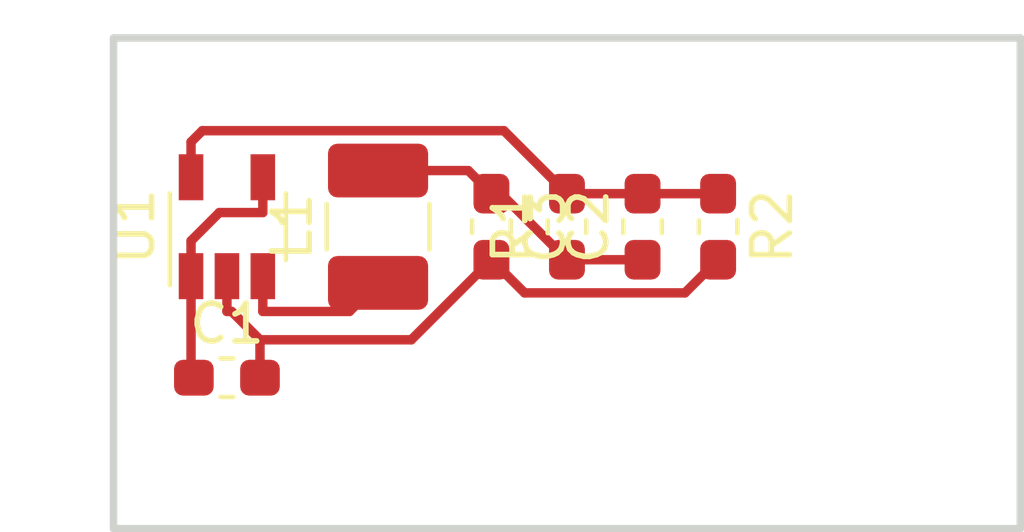
<source format=kicad_pcb>
(kicad_pcb (version 20171130) (host pcbnew 5.0.2-bee76a0~70~ubuntu18.04.1)

  (general
    (thickness 1.6)
    (drawings 4)
    (tracks 29)
    (zones 0)
    (modules 7)
    (nets 6)
  )

  (page A4)
  (layers
    (0 F.Cu signal)
    (31 B.Cu signal)
    (32 B.Adhes user)
    (33 F.Adhes user)
    (34 B.Paste user)
    (35 F.Paste user)
    (36 B.SilkS user)
    (37 F.SilkS user)
    (38 B.Mask user)
    (39 F.Mask user)
    (40 Dwgs.User user)
    (41 Cmts.User user)
    (42 Eco1.User user)
    (43 Eco2.User user)
    (44 Edge.Cuts user)
    (45 Margin user)
    (46 B.CrtYd user)
    (47 F.CrtYd user)
    (48 B.Fab user)
    (49 F.Fab user)
  )

  (setup
    (last_trace_width 0.25)
    (trace_clearance 0.2)
    (zone_clearance 0.508)
    (zone_45_only no)
    (trace_min 0.2)
    (segment_width 0.2)
    (edge_width 0.15)
    (via_size 0.8)
    (via_drill 0.4)
    (via_min_size 0.4)
    (via_min_drill 0.3)
    (uvia_size 0.3)
    (uvia_drill 0.1)
    (uvias_allowed no)
    (uvia_min_size 0.2)
    (uvia_min_drill 0.1)
    (pcb_text_width 0.3)
    (pcb_text_size 1.5 1.5)
    (mod_edge_width 0.15)
    (mod_text_size 1 1)
    (mod_text_width 0.15)
    (pad_size 1.524 1.524)
    (pad_drill 0.762)
    (pad_to_mask_clearance 0.051)
    (solder_mask_min_width 0.25)
    (aux_axis_origin 0 0)
    (visible_elements FFFFFF7F)
    (pcbplotparams
      (layerselection 0x010fc_ffffffff)
      (usegerberextensions false)
      (usegerberattributes false)
      (usegerberadvancedattributes false)
      (creategerberjobfile false)
      (excludeedgelayer true)
      (linewidth 0.100000)
      (plotframeref false)
      (viasonmask false)
      (mode 1)
      (useauxorigin false)
      (hpglpennumber 1)
      (hpglpenspeed 20)
      (hpglpendiameter 15.000000)
      (psnegative false)
      (psa4output false)
      (plotreference true)
      (plotvalue true)
      (plotinvisibletext false)
      (padsonsilk false)
      (subtractmaskfromsilk false)
      (outputformat 1)
      (mirror false)
      (drillshape 1)
      (scaleselection 1)
      (outputdirectory ""))
  )

  (net 0 "")
  (net 1 +1V2)
  (net 2 "Net-(C2-Pad2)")
  (net 3 GND)
  (net 4 +5V)
  (net 5 "Net-(L1-Pad1)")

  (net_class Default "This is the default net class."
    (clearance 0.2)
    (trace_width 0.25)
    (via_dia 0.8)
    (via_drill 0.4)
    (uvia_dia 0.3)
    (uvia_drill 0.1)
    (add_net +1V2)
    (add_net +5V)
    (add_net GND)
    (add_net "Net-(C2-Pad2)")
    (add_net "Net-(L1-Pad1)")
  )

  (module Capacitor_SMD:C_0603_1608Metric_Pad1.05x0.95mm_HandSolder (layer F.Cu) (tedit 5B301BBE) (tstamp 5C0781E9)
    (at 21 22 270)
    (descr "Capacitor SMD 0603 (1608 Metric), square (rectangular) end terminal, IPC_7351 nominal with elongated pad for handsoldering. (Body size source: http://www.tortai-tech.com/upload/download/2011102023233369053.pdf), generated with kicad-footprint-generator")
    (tags "capacitor handsolder")
    (path /5C03CF94)
    (attr smd)
    (fp_text reference C3 (at 0 -1.43 270) (layer F.SilkS)
      (effects (font (size 1 1) (thickness 0.15)))
    )
    (fp_text value C226,6.3v,0603 (at 0 1.43 270) (layer F.Fab)
      (effects (font (size 1 1) (thickness 0.15)))
    )
    (fp_line (start -0.8 0.4) (end -0.8 -0.4) (layer F.Fab) (width 0.1))
    (fp_line (start -0.8 -0.4) (end 0.8 -0.4) (layer F.Fab) (width 0.1))
    (fp_line (start 0.8 -0.4) (end 0.8 0.4) (layer F.Fab) (width 0.1))
    (fp_line (start 0.8 0.4) (end -0.8 0.4) (layer F.Fab) (width 0.1))
    (fp_line (start -0.171267 -0.51) (end 0.171267 -0.51) (layer F.SilkS) (width 0.12))
    (fp_line (start -0.171267 0.51) (end 0.171267 0.51) (layer F.SilkS) (width 0.12))
    (fp_line (start -1.65 0.73) (end -1.65 -0.73) (layer F.CrtYd) (width 0.05))
    (fp_line (start -1.65 -0.73) (end 1.65 -0.73) (layer F.CrtYd) (width 0.05))
    (fp_line (start 1.65 -0.73) (end 1.65 0.73) (layer F.CrtYd) (width 0.05))
    (fp_line (start 1.65 0.73) (end -1.65 0.73) (layer F.CrtYd) (width 0.05))
    (fp_text user %R (at 0 0 270) (layer F.Fab)
      (effects (font (size 0.4 0.4) (thickness 0.06)))
    )
    (pad 1 smd roundrect (at -0.875 0 270) (size 1.05 0.95) (layers F.Cu F.Paste F.Mask) (roundrect_rratio 0.25)
      (net 1 +1V2))
    (pad 2 smd roundrect (at 0.875 0 270) (size 1.05 0.95) (layers F.Cu F.Paste F.Mask) (roundrect_rratio 0.25)
      (net 3 GND))
    (model ${KISYS3DMOD}/Capacitor_SMD.3dshapes/C_0603_1608Metric.wrl
      (at (xyz 0 0 0))
      (scale (xyz 1 1 1))
      (rotate (xyz 0 0 0))
    )
  )

  (module Capacitor_SMD:C_0603_1608Metric_Pad1.05x0.95mm_HandSolder (layer F.Cu) (tedit 5B301BBE) (tstamp 5C0781D8)
    (at 25 22 90)
    (descr "Capacitor SMD 0603 (1608 Metric), square (rectangular) end terminal, IPC_7351 nominal with elongated pad for handsoldering. (Body size source: http://www.tortai-tech.com/upload/download/2011102023233369053.pdf), generated with kicad-footprint-generator")
    (tags "capacitor handsolder")
    (path /5C06221C)
    (attr smd)
    (fp_text reference C2 (at 0 -1.43 90) (layer F.SilkS)
      (effects (font (size 1 1) (thickness 0.15)))
    )
    (fp_text value C22pf,0603 (at 0 1.43 90) (layer F.Fab)
      (effects (font (size 1 1) (thickness 0.15)))
    )
    (fp_text user %R (at 0 0 90) (layer F.Fab)
      (effects (font (size 0.4 0.4) (thickness 0.06)))
    )
    (fp_line (start 1.65 0.73) (end -1.65 0.73) (layer F.CrtYd) (width 0.05))
    (fp_line (start 1.65 -0.73) (end 1.65 0.73) (layer F.CrtYd) (width 0.05))
    (fp_line (start -1.65 -0.73) (end 1.65 -0.73) (layer F.CrtYd) (width 0.05))
    (fp_line (start -1.65 0.73) (end -1.65 -0.73) (layer F.CrtYd) (width 0.05))
    (fp_line (start -0.171267 0.51) (end 0.171267 0.51) (layer F.SilkS) (width 0.12))
    (fp_line (start -0.171267 -0.51) (end 0.171267 -0.51) (layer F.SilkS) (width 0.12))
    (fp_line (start 0.8 0.4) (end -0.8 0.4) (layer F.Fab) (width 0.1))
    (fp_line (start 0.8 -0.4) (end 0.8 0.4) (layer F.Fab) (width 0.1))
    (fp_line (start -0.8 -0.4) (end 0.8 -0.4) (layer F.Fab) (width 0.1))
    (fp_line (start -0.8 0.4) (end -0.8 -0.4) (layer F.Fab) (width 0.1))
    (pad 2 smd roundrect (at 0.875 0 90) (size 1.05 0.95) (layers F.Cu F.Paste F.Mask) (roundrect_rratio 0.25)
      (net 2 "Net-(C2-Pad2)"))
    (pad 1 smd roundrect (at -0.875 0 90) (size 1.05 0.95) (layers F.Cu F.Paste F.Mask) (roundrect_rratio 0.25)
      (net 1 +1V2))
    (model ${KISYS3DMOD}/Capacitor_SMD.3dshapes/C_0603_1608Metric.wrl
      (at (xyz 0 0 0))
      (scale (xyz 1 1 1))
      (rotate (xyz 0 0 0))
    )
  )

  (module Capacitor_SMD:C_0603_1608Metric_Pad1.05x0.95mm_HandSolder (layer F.Cu) (tedit 5B301BBE) (tstamp 5C0781C7)
    (at 14 26)
    (descr "Capacitor SMD 0603 (1608 Metric), square (rectangular) end terminal, IPC_7351 nominal with elongated pad for handsoldering. (Body size source: http://www.tortai-tech.com/upload/download/2011102023233369053.pdf), generated with kicad-footprint-generator")
    (tags "capacitor handsolder")
    (path /5C03CE8D)
    (attr smd)
    (fp_text reference C1 (at 0 -1.43) (layer F.SilkS)
      (effects (font (size 1 1) (thickness 0.15)))
    )
    (fp_text value C226,6.3v,0603 (at 0 1.43) (layer F.Fab)
      (effects (font (size 1 1) (thickness 0.15)))
    )
    (fp_line (start -0.8 0.4) (end -0.8 -0.4) (layer F.Fab) (width 0.1))
    (fp_line (start -0.8 -0.4) (end 0.8 -0.4) (layer F.Fab) (width 0.1))
    (fp_line (start 0.8 -0.4) (end 0.8 0.4) (layer F.Fab) (width 0.1))
    (fp_line (start 0.8 0.4) (end -0.8 0.4) (layer F.Fab) (width 0.1))
    (fp_line (start -0.171267 -0.51) (end 0.171267 -0.51) (layer F.SilkS) (width 0.12))
    (fp_line (start -0.171267 0.51) (end 0.171267 0.51) (layer F.SilkS) (width 0.12))
    (fp_line (start -1.65 0.73) (end -1.65 -0.73) (layer F.CrtYd) (width 0.05))
    (fp_line (start -1.65 -0.73) (end 1.65 -0.73) (layer F.CrtYd) (width 0.05))
    (fp_line (start 1.65 -0.73) (end 1.65 0.73) (layer F.CrtYd) (width 0.05))
    (fp_line (start 1.65 0.73) (end -1.65 0.73) (layer F.CrtYd) (width 0.05))
    (fp_text user %R (at 0 0) (layer F.Fab)
      (effects (font (size 0.4 0.4) (thickness 0.06)))
    )
    (pad 1 smd roundrect (at -0.875 0) (size 1.05 0.95) (layers F.Cu F.Paste F.Mask) (roundrect_rratio 0.25)
      (net 4 +5V))
    (pad 2 smd roundrect (at 0.875 0) (size 1.05 0.95) (layers F.Cu F.Paste F.Mask) (roundrect_rratio 0.25)
      (net 3 GND))
    (model ${KISYS3DMOD}/Capacitor_SMD.3dshapes/C_0603_1608Metric.wrl
      (at (xyz 0 0 0))
      (scale (xyz 1 1 1))
      (rotate (xyz 0 0 0))
    )
  )

  (module Inductor_SMD:L_1210_3225Metric_Pad1.42x2.65mm_HandSolder (layer F.Cu) (tedit 5B301BBE) (tstamp 5C0781B6)
    (at 18 22 90)
    (descr "Capacitor SMD 1210 (3225 Metric), square (rectangular) end terminal, IPC_7351 nominal with elongated pad for handsoldering. (Body size source: http://www.tortai-tech.com/upload/download/2011102023233369053.pdf), generated with kicad-footprint-generator")
    (tags "inductor handsolder")
    (path /5C0651A2)
    (attr smd)
    (fp_text reference L1 (at 0 -2.28 90) (layer F.SilkS)
      (effects (font (size 1 1) (thickness 0.15)))
    )
    (fp_text value L_2.2uH,1210 (at 0 2.28 90) (layer F.Fab)
      (effects (font (size 1 1) (thickness 0.15)))
    )
    (fp_line (start -1.6 1.25) (end -1.6 -1.25) (layer F.Fab) (width 0.1))
    (fp_line (start -1.6 -1.25) (end 1.6 -1.25) (layer F.Fab) (width 0.1))
    (fp_line (start 1.6 -1.25) (end 1.6 1.25) (layer F.Fab) (width 0.1))
    (fp_line (start 1.6 1.25) (end -1.6 1.25) (layer F.Fab) (width 0.1))
    (fp_line (start -0.602064 -1.36) (end 0.602064 -1.36) (layer F.SilkS) (width 0.12))
    (fp_line (start -0.602064 1.36) (end 0.602064 1.36) (layer F.SilkS) (width 0.12))
    (fp_line (start -2.45 1.58) (end -2.45 -1.58) (layer F.CrtYd) (width 0.05))
    (fp_line (start -2.45 -1.58) (end 2.45 -1.58) (layer F.CrtYd) (width 0.05))
    (fp_line (start 2.45 -1.58) (end 2.45 1.58) (layer F.CrtYd) (width 0.05))
    (fp_line (start 2.45 1.58) (end -2.45 1.58) (layer F.CrtYd) (width 0.05))
    (fp_text user %R (at 0 0 90) (layer F.Fab)
      (effects (font (size 0.8 0.8) (thickness 0.12)))
    )
    (pad 1 smd roundrect (at -1.4875 0 90) (size 1.425 2.65) (layers F.Cu F.Paste F.Mask) (roundrect_rratio 0.175439)
      (net 5 "Net-(L1-Pad1)"))
    (pad 2 smd roundrect (at 1.4875 0 90) (size 1.425 2.65) (layers F.Cu F.Paste F.Mask) (roundrect_rratio 0.175439)
      (net 1 +1V2))
    (model ${KISYS3DMOD}/Inductor_SMD.3dshapes/L_1210_3225Metric.wrl
      (at (xyz 0 0 0))
      (scale (xyz 1 1 1))
      (rotate (xyz 0 0 0))
    )
  )

  (module Package_TO_SOT_SMD:TSOT-23-5 (layer F.Cu) (tedit 5A02FF57) (tstamp 5C0781A5)
    (at 14 22 90)
    (descr "5-pin TSOT23 package, http://cds.linear.com/docs/en/packaging/SOT_5_05-08-1635.pdf")
    (tags TSOT-23-5)
    (path /5C0388AE)
    (attr smd)
    (fp_text reference U1 (at 0 -2.45 90) (layer F.SilkS)
      (effects (font (size 1 1) (thickness 0.15)))
    )
    (fp_text value AP3429 (at 0 2.5 90) (layer F.Fab)
      (effects (font (size 1 1) (thickness 0.15)))
    )
    (fp_text user %R (at 0 0 180) (layer F.Fab)
      (effects (font (size 0.5 0.5) (thickness 0.075)))
    )
    (fp_line (start -0.88 1.56) (end 0.88 1.56) (layer F.SilkS) (width 0.12))
    (fp_line (start 0.88 -1.51) (end -1.55 -1.51) (layer F.SilkS) (width 0.12))
    (fp_line (start -0.88 -1) (end -0.43 -1.45) (layer F.Fab) (width 0.1))
    (fp_line (start 0.88 -1.45) (end -0.43 -1.45) (layer F.Fab) (width 0.1))
    (fp_line (start -0.88 -1) (end -0.88 1.45) (layer F.Fab) (width 0.1))
    (fp_line (start 0.88 1.45) (end -0.88 1.45) (layer F.Fab) (width 0.1))
    (fp_line (start 0.88 -1.45) (end 0.88 1.45) (layer F.Fab) (width 0.1))
    (fp_line (start -2.17 -1.7) (end 2.17 -1.7) (layer F.CrtYd) (width 0.05))
    (fp_line (start -2.17 -1.7) (end -2.17 1.7) (layer F.CrtYd) (width 0.05))
    (fp_line (start 2.17 1.7) (end 2.17 -1.7) (layer F.CrtYd) (width 0.05))
    (fp_line (start 2.17 1.7) (end -2.17 1.7) (layer F.CrtYd) (width 0.05))
    (pad 1 smd rect (at -1.31 -0.95 90) (size 1.22 0.65) (layers F.Cu F.Paste F.Mask)
      (net 4 +5V))
    (pad 2 smd rect (at -1.31 0 90) (size 1.22 0.65) (layers F.Cu F.Paste F.Mask)
      (net 3 GND))
    (pad 3 smd rect (at -1.31 0.95 90) (size 1.22 0.65) (layers F.Cu F.Paste F.Mask)
      (net 5 "Net-(L1-Pad1)"))
    (pad 4 smd rect (at 1.31 0.95 90) (size 1.22 0.65) (layers F.Cu F.Paste F.Mask)
      (net 4 +5V))
    (pad 5 smd rect (at 1.31 -0.95 90) (size 1.22 0.65) (layers F.Cu F.Paste F.Mask)
      (net 2 "Net-(C2-Pad2)"))
    (model ${KISYS3DMOD}/Package_TO_SOT_SMD.3dshapes/TSOT-23-5.wrl
      (at (xyz 0 0 0))
      (scale (xyz 1 1 1))
      (rotate (xyz 0 0 0))
    )
  )

  (module Resistor_SMD:R_0603_1608Metric_Pad1.05x0.95mm_HandSolder (layer F.Cu) (tedit 5B301BBD) (tstamp 5C078190)
    (at 27 22 270)
    (descr "Resistor SMD 0603 (1608 Metric), square (rectangular) end terminal, IPC_7351 nominal with elongated pad for handsoldering. (Body size source: http://www.tortai-tech.com/upload/download/2011102023233369053.pdf), generated with kicad-footprint-generator")
    (tags "resistor handsolder")
    (path /5C0394B6)
    (attr smd)
    (fp_text reference R2 (at 0 -1.43 270) (layer F.SilkS)
      (effects (font (size 1 1) (thickness 0.15)))
    )
    (fp_text value R304,0603 (at 0 1.43 270) (layer F.Fab)
      (effects (font (size 1 1) (thickness 0.15)))
    )
    (fp_text user %R (at 0 0 270) (layer F.Fab)
      (effects (font (size 0.4 0.4) (thickness 0.06)))
    )
    (fp_line (start 1.65 0.73) (end -1.65 0.73) (layer F.CrtYd) (width 0.05))
    (fp_line (start 1.65 -0.73) (end 1.65 0.73) (layer F.CrtYd) (width 0.05))
    (fp_line (start -1.65 -0.73) (end 1.65 -0.73) (layer F.CrtYd) (width 0.05))
    (fp_line (start -1.65 0.73) (end -1.65 -0.73) (layer F.CrtYd) (width 0.05))
    (fp_line (start -0.171267 0.51) (end 0.171267 0.51) (layer F.SilkS) (width 0.12))
    (fp_line (start -0.171267 -0.51) (end 0.171267 -0.51) (layer F.SilkS) (width 0.12))
    (fp_line (start 0.8 0.4) (end -0.8 0.4) (layer F.Fab) (width 0.1))
    (fp_line (start 0.8 -0.4) (end 0.8 0.4) (layer F.Fab) (width 0.1))
    (fp_line (start -0.8 -0.4) (end 0.8 -0.4) (layer F.Fab) (width 0.1))
    (fp_line (start -0.8 0.4) (end -0.8 -0.4) (layer F.Fab) (width 0.1))
    (pad 2 smd roundrect (at 0.875 0 270) (size 1.05 0.95) (layers F.Cu F.Paste F.Mask) (roundrect_rratio 0.25)
      (net 3 GND))
    (pad 1 smd roundrect (at -0.875 0 270) (size 1.05 0.95) (layers F.Cu F.Paste F.Mask) (roundrect_rratio 0.25)
      (net 2 "Net-(C2-Pad2)"))
    (model ${KISYS3DMOD}/Resistor_SMD.3dshapes/R_0603_1608Metric.wrl
      (at (xyz 0 0 0))
      (scale (xyz 1 1 1))
      (rotate (xyz 0 0 0))
    )
  )

  (module Resistor_SMD:R_0603_1608Metric_Pad1.05x0.95mm_HandSolder (layer F.Cu) (tedit 5B301BBD) (tstamp 5C07817F)
    (at 23 22 90)
    (descr "Resistor SMD 0603 (1608 Metric), square (rectangular) end terminal, IPC_7351 nominal with elongated pad for handsoldering. (Body size source: http://www.tortai-tech.com/upload/download/2011102023233369053.pdf), generated with kicad-footprint-generator")
    (tags "resistor handsolder")
    (path /5C03943C)
    (attr smd)
    (fp_text reference R1 (at 0 -1.43 90) (layer F.SilkS)
      (effects (font (size 1 1) (thickness 0.15)))
    )
    (fp_text value R304,0603 (at 0 1.43 90) (layer F.Fab)
      (effects (font (size 1 1) (thickness 0.15)))
    )
    (fp_line (start -0.8 0.4) (end -0.8 -0.4) (layer F.Fab) (width 0.1))
    (fp_line (start -0.8 -0.4) (end 0.8 -0.4) (layer F.Fab) (width 0.1))
    (fp_line (start 0.8 -0.4) (end 0.8 0.4) (layer F.Fab) (width 0.1))
    (fp_line (start 0.8 0.4) (end -0.8 0.4) (layer F.Fab) (width 0.1))
    (fp_line (start -0.171267 -0.51) (end 0.171267 -0.51) (layer F.SilkS) (width 0.12))
    (fp_line (start -0.171267 0.51) (end 0.171267 0.51) (layer F.SilkS) (width 0.12))
    (fp_line (start -1.65 0.73) (end -1.65 -0.73) (layer F.CrtYd) (width 0.05))
    (fp_line (start -1.65 -0.73) (end 1.65 -0.73) (layer F.CrtYd) (width 0.05))
    (fp_line (start 1.65 -0.73) (end 1.65 0.73) (layer F.CrtYd) (width 0.05))
    (fp_line (start 1.65 0.73) (end -1.65 0.73) (layer F.CrtYd) (width 0.05))
    (fp_text user %R (at 0 0 90) (layer F.Fab)
      (effects (font (size 0.4 0.4) (thickness 0.06)))
    )
    (pad 1 smd roundrect (at -0.875 0 90) (size 1.05 0.95) (layers F.Cu F.Paste F.Mask) (roundrect_rratio 0.25)
      (net 1 +1V2))
    (pad 2 smd roundrect (at 0.875 0 90) (size 1.05 0.95) (layers F.Cu F.Paste F.Mask) (roundrect_rratio 0.25)
      (net 2 "Net-(C2-Pad2)"))
    (model ${KISYS3DMOD}/Resistor_SMD.3dshapes/R_0603_1608Metric.wrl
      (at (xyz 0 0 0))
      (scale (xyz 1 1 1))
      (rotate (xyz 0 0 0))
    )
  )

  (gr_line (start 35 17) (end 11 17) (layer Edge.Cuts) (width 0.2))
  (gr_line (start 35 30) (end 35 17) (layer Edge.Cuts) (width 0.2))
  (gr_line (start 11 30) (end 35 30) (layer Edge.Cuts) (width 0.2))
  (gr_line (start 11 17) (end 11 30) (layer Edge.Cuts) (width 0.2))

  (segment (start 23 22.875) (end 21.25 21.125) (width 0.25) (layer F.Cu) (net 1))
  (segment (start 21.25 21.125) (end 21 21.125) (width 0.25) (layer F.Cu) (net 1))
  (segment (start 25 22.875) (end 23 22.875) (width 0.25) (layer F.Cu) (net 1))
  (segment (start 18 20.5125) (end 20.3875 20.5125) (width 0.25) (layer F.Cu) (net 1))
  (segment (start 20.3875 20.5125) (end 21 21.125) (width 0.25) (layer F.Cu) (net 1))
  (segment (start 13.05 20.69) (end 13.05 19.7547) (width 0.25) (layer F.Cu) (net 2))
  (segment (start 13.05 19.7547) (end 13.348 19.4567) (width 0.25) (layer F.Cu) (net 2))
  (segment (start 13.348 19.4567) (end 21.3317 19.4567) (width 0.25) (layer F.Cu) (net 2))
  (segment (start 21.3317 19.4567) (end 23 21.125) (width 0.25) (layer F.Cu) (net 2))
  (segment (start 25 21.125) (end 23 21.125) (width 0.25) (layer F.Cu) (net 2))
  (segment (start 27 21.125) (end 25 21.125) (width 0.25) (layer F.Cu) (net 2))
  (segment (start 21 22.875) (end 21.8776 23.7526) (width 0.25) (layer F.Cu) (net 3))
  (segment (start 21.8776 23.7526) (end 26.1224 23.7526) (width 0.25) (layer F.Cu) (net 3))
  (segment (start 26.1224 23.7526) (end 27 22.875) (width 0.25) (layer F.Cu) (net 3))
  (segment (start 14.875 24.9953) (end 18.8797 24.9953) (width 0.25) (layer F.Cu) (net 3))
  (segment (start 18.8797 24.9953) (end 21 22.875) (width 0.25) (layer F.Cu) (net 3))
  (segment (start 14 23.31) (end 14 24.2453) (width 0.25) (layer F.Cu) (net 3))
  (segment (start 14.875 24.9953) (end 14.125 24.2453) (width 0.25) (layer F.Cu) (net 3))
  (segment (start 14.125 24.2453) (end 14 24.2453) (width 0.25) (layer F.Cu) (net 3))
  (segment (start 14.875 24.9953) (end 14.875 26) (width 0.25) (layer F.Cu) (net 3))
  (segment (start 13.05 23.31) (end 13.05 22.3747) (width 0.25) (layer F.Cu) (net 4))
  (segment (start 14.95 20.69) (end 14.95 21.6253) (width 0.25) (layer F.Cu) (net 4))
  (segment (start 14.95 21.6253) (end 13.7994 21.6253) (width 0.25) (layer F.Cu) (net 4))
  (segment (start 13.7994 21.6253) (end 13.05 22.3747) (width 0.25) (layer F.Cu) (net 4))
  (segment (start 13.05 23.31) (end 13.05 25.925) (width 0.25) (layer F.Cu) (net 4))
  (segment (start 13.05 25.925) (end 13.125 26) (width 0.25) (layer F.Cu) (net 4))
  (segment (start 14.95 23.31) (end 14.95 24.2453) (width 0.25) (layer F.Cu) (net 5))
  (segment (start 14.95 24.2453) (end 17.2422 24.2453) (width 0.25) (layer F.Cu) (net 5))
  (segment (start 17.2422 24.2453) (end 18 23.4875) (width 0.25) (layer F.Cu) (net 5))

)

</source>
